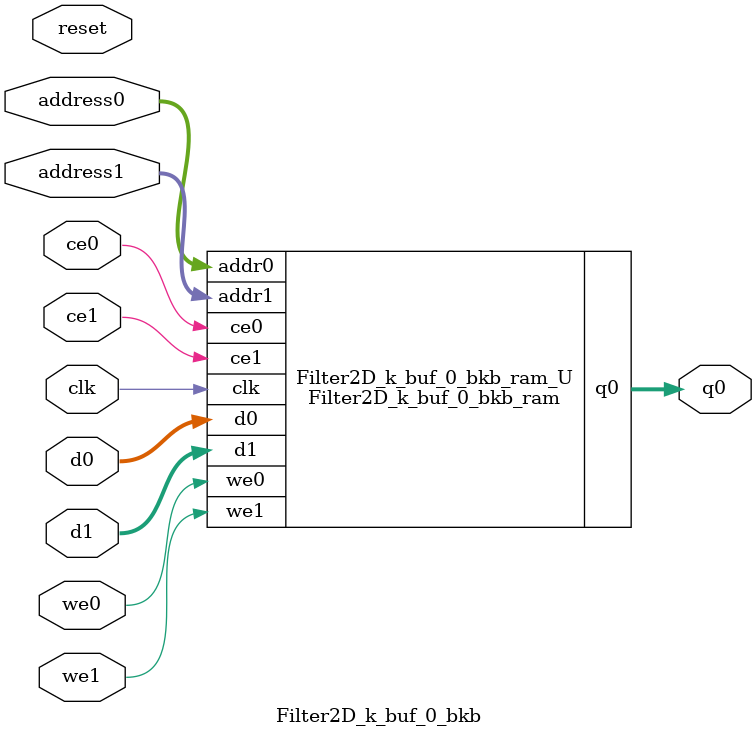
<source format=v>
`timescale 1 ns / 1 ps
module Filter2D_k_buf_0_bkb_ram (addr0, ce0, d0, we0, q0, addr1, ce1, d1, we1,  clk);

parameter DWIDTH = 8;
parameter AWIDTH = 11;
parameter MEM_SIZE = 1920;

input[AWIDTH-1:0] addr0;
input ce0;
input[DWIDTH-1:0] d0;
input we0;
output reg[DWIDTH-1:0] q0;
input[AWIDTH-1:0] addr1;
input ce1;
input[DWIDTH-1:0] d1;
input we1;
input clk;

(* ram_style = "block" *)reg [DWIDTH-1:0] ram[0:MEM_SIZE-1];




always @(posedge clk)  
begin 
    if (ce0) begin
        if (we0) 
            ram[addr0] <= d0; 
        q0 <= ram[addr0];
    end
end


always @(posedge clk)  
begin 
    if (ce1) begin
        if (we1) 
            ram[addr1] <= d1; 
    end
end


endmodule

`timescale 1 ns / 1 ps
module Filter2D_k_buf_0_bkb(
    reset,
    clk,
    address0,
    ce0,
    we0,
    d0,
    q0,
    address1,
    ce1,
    we1,
    d1);

parameter DataWidth = 32'd8;
parameter AddressRange = 32'd1920;
parameter AddressWidth = 32'd11;
input reset;
input clk;
input[AddressWidth - 1:0] address0;
input ce0;
input we0;
input[DataWidth - 1:0] d0;
output[DataWidth - 1:0] q0;
input[AddressWidth - 1:0] address1;
input ce1;
input we1;
input[DataWidth - 1:0] d1;



Filter2D_k_buf_0_bkb_ram Filter2D_k_buf_0_bkb_ram_U(
    .clk( clk ),
    .addr0( address0 ),
    .ce0( ce0 ),
    .we0( we0 ),
    .d0( d0 ),
    .q0( q0 ),
    .addr1( address1 ),
    .ce1( ce1 ),
    .we1( we1 ),
    .d1( d1 ));

endmodule


</source>
